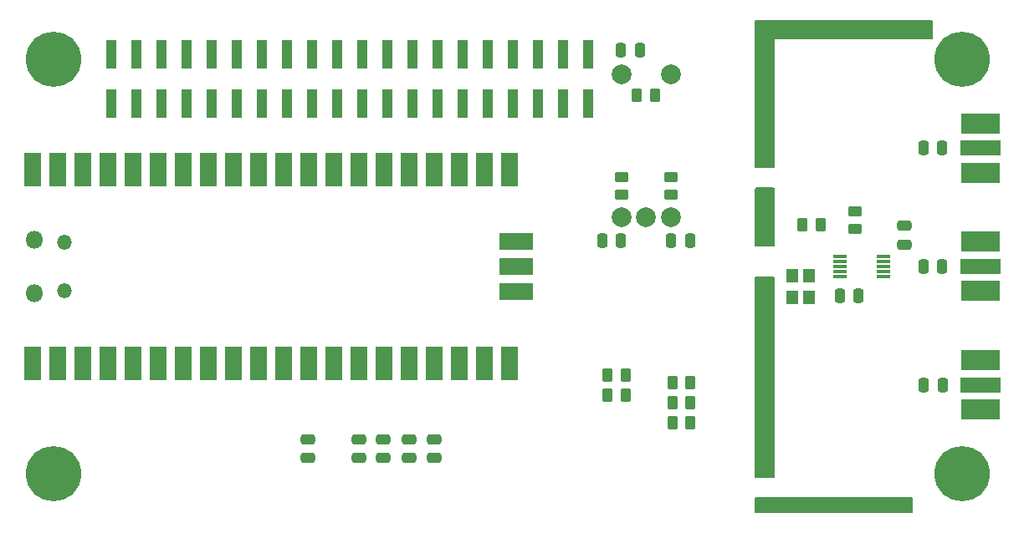
<source format=gbr>
%TF.GenerationSoftware,KiCad,Pcbnew,6.0.2+dfsg-1*%
%TF.CreationDate,2024-02-19T13:24:52+02:00*%
%TF.ProjectId,rpi_pico_si5351,7270695f-7069-4636-9f5f-736935333531,rev?*%
%TF.SameCoordinates,Original*%
%TF.FileFunction,Soldermask,Bot*%
%TF.FilePolarity,Negative*%
%FSLAX46Y46*%
G04 Gerber Fmt 4.6, Leading zero omitted, Abs format (unit mm)*
G04 Created by KiCad (PCBNEW 6.0.2+dfsg-1) date 2024-02-19 13:24:52*
%MOMM*%
%LPD*%
G01*
G04 APERTURE LIST*
G04 Aperture macros list*
%AMRoundRect*
0 Rectangle with rounded corners*
0 $1 Rounding radius*
0 $2 $3 $4 $5 $6 $7 $8 $9 X,Y pos of 4 corners*
0 Add a 4 corners polygon primitive as box body*
4,1,4,$2,$3,$4,$5,$6,$7,$8,$9,$2,$3,0*
0 Add four circle primitives for the rounded corners*
1,1,$1+$1,$2,$3*
1,1,$1+$1,$4,$5*
1,1,$1+$1,$6,$7*
1,1,$1+$1,$8,$9*
0 Add four rect primitives between the rounded corners*
20,1,$1+$1,$2,$3,$4,$5,0*
20,1,$1+$1,$4,$5,$6,$7,0*
20,1,$1+$1,$6,$7,$8,$9,0*
20,1,$1+$1,$8,$9,$2,$3,0*%
%AMOutline4P*
0 Free polygon, 4 corners , with rotation*
0 The origin of the aperture is its center*
0 number of corners: always 4*
0 $1 to $8 corner X, Y*
0 $9 Rotation angle, in degrees counterclockwise*
0 create outline with 4 corners*
4,1,4,$1,$2,$3,$4,$5,$6,$7,$8,$1,$2,$9*%
G04 Aperture macros list end*
%ADD10C,3.600000*%
%ADD11C,5.600000*%
%ADD12C,2.000000*%
%ADD13RoundRect,0.250000X-0.450000X0.262500X-0.450000X-0.262500X0.450000X-0.262500X0.450000X0.262500X0*%
%ADD14Outline4P,-2.000000X-0.750000X2.000000X-0.750000X2.000000X0.750000X-2.000000X0.750000X180.000000*%
%ADD15R,4.000000X2.000000*%
%ADD16RoundRect,0.250000X0.475000X-0.250000X0.475000X0.250000X-0.475000X0.250000X-0.475000X-0.250000X0*%
%ADD17R,1.000000X3.000000*%
%ADD18RoundRect,0.250000X-0.250000X-0.475000X0.250000X-0.475000X0.250000X0.475000X-0.250000X0.475000X0*%
%ADD19O,1.800000X1.800000*%
%ADD20O,1.500000X1.500000*%
%ADD21R,1.700000X3.500000*%
%ADD22R,3.500000X1.700000*%
%ADD23RoundRect,0.250000X-0.262500X-0.450000X0.262500X-0.450000X0.262500X0.450000X-0.262500X0.450000X0*%
%ADD24RoundRect,0.250000X0.262500X0.450000X-0.262500X0.450000X-0.262500X-0.450000X0.262500X-0.450000X0*%
%ADD25RoundRect,0.250000X0.450000X-0.262500X0.450000X0.262500X-0.450000X0.262500X-0.450000X-0.262500X0*%
%ADD26R,1.400000X0.300000*%
%ADD27R,1.200000X1.400000*%
%ADD28RoundRect,0.250000X0.250000X0.475000X-0.250000X0.475000X-0.250000X-0.475000X0.250000X-0.475000X0*%
G04 APERTURE END LIST*
D10*
%TO.C,H3*%
X126000000Y-29000000D03*
D11*
X126000000Y-29000000D03*
%TD*%
%TO.C,H4*%
X34000000Y-29000000D03*
D10*
X34000000Y-29000000D03*
%TD*%
D12*
%TO.C,SW2*%
X91500000Y-30500000D03*
X96500000Y-30500000D03*
X91500000Y-45000000D03*
X96500000Y-45000000D03*
X94000000Y-45000000D03*
%TD*%
D11*
%TO.C,H1*%
X126000000Y-71000000D03*
D10*
X126000000Y-71000000D03*
%TD*%
D11*
%TO.C,H2*%
X34000000Y-71000000D03*
D10*
X34000000Y-71000000D03*
%TD*%
D13*
%TO.C,R11*%
X96500000Y-40937500D03*
X96500000Y-42762500D03*
%TD*%
D14*
%TO.C,J3*%
X127805000Y-38000000D03*
D15*
X127805000Y-35500000D03*
X127805000Y-40500000D03*
%TD*%
D16*
%TO.C,C10*%
X72525000Y-69425000D03*
X72525000Y-67525000D03*
%TD*%
D14*
%TO.C,J1*%
X127805000Y-62000000D03*
D15*
X127805000Y-64500000D03*
X127805000Y-59500000D03*
%TD*%
D14*
%TO.C,J2*%
X127805000Y-50000000D03*
D15*
X127805000Y-52500000D03*
X127805000Y-47500000D03*
%TD*%
D17*
%TO.C,J4*%
X39870000Y-33520000D03*
X39870000Y-28480000D03*
X42410000Y-33520000D03*
X42410000Y-28480000D03*
X44950000Y-33520000D03*
X44950000Y-28480000D03*
X47490000Y-33520000D03*
X47490000Y-28480000D03*
X50030000Y-33520000D03*
X50030000Y-28480000D03*
X52570000Y-33520000D03*
X52570000Y-28480000D03*
X55110000Y-33520000D03*
X55110000Y-28480000D03*
X57650000Y-33520000D03*
X57650000Y-28480000D03*
X60190000Y-33520000D03*
X60190000Y-28480000D03*
X62730000Y-33520000D03*
X62730000Y-28480000D03*
X65270000Y-33520000D03*
X65270000Y-28480000D03*
X67810000Y-33520000D03*
X67810000Y-28480000D03*
X70350000Y-33520000D03*
X70350000Y-28480000D03*
X72890000Y-33520000D03*
X72890000Y-28480000D03*
X75430000Y-33520000D03*
X75430000Y-28480000D03*
X77970000Y-33520000D03*
X77970000Y-28480000D03*
X80510000Y-33520000D03*
X80510000Y-28480000D03*
X83050000Y-33520000D03*
X83050000Y-28480000D03*
X85590000Y-33520000D03*
X85590000Y-28480000D03*
X88130000Y-33520000D03*
X88130000Y-28480000D03*
%TD*%
D18*
%TO.C,C8*%
X89550000Y-47400000D03*
X91450000Y-47400000D03*
%TD*%
D19*
%TO.C,U2*%
X32055000Y-52725000D03*
X32055000Y-47275000D03*
D20*
X35085000Y-47575000D03*
X35085000Y-52425000D03*
D21*
X31925000Y-40210000D03*
X34465000Y-40210000D03*
X37005000Y-40210000D03*
X39545000Y-40210000D03*
X42085000Y-40210000D03*
X44625000Y-40210000D03*
X47165000Y-40210000D03*
X49705000Y-40210000D03*
X52245000Y-40210000D03*
X54785000Y-40210000D03*
X57325000Y-40210000D03*
X59865000Y-40210000D03*
X62405000Y-40210000D03*
X64945000Y-40210000D03*
X67485000Y-40210000D03*
X70025000Y-40210000D03*
X72565000Y-40210000D03*
X75105000Y-40210000D03*
X77645000Y-40210000D03*
X80185000Y-40210000D03*
X80185000Y-59790000D03*
X77645000Y-59790000D03*
X75105000Y-59790000D03*
X72565000Y-59790000D03*
X70025000Y-59790000D03*
X67485000Y-59790000D03*
X64945000Y-59790000D03*
X62405000Y-59790000D03*
X59865000Y-59790000D03*
X57325000Y-59790000D03*
X54785000Y-59790000D03*
X52245000Y-59790000D03*
X49705000Y-59790000D03*
X47165000Y-59790000D03*
X44625000Y-59790000D03*
X42085000Y-59790000D03*
X39545000Y-59790000D03*
X37005000Y-59790000D03*
X34465000Y-59790000D03*
X31925000Y-59790000D03*
D22*
X80855000Y-47460000D03*
X80855000Y-50000000D03*
X80855000Y-52540000D03*
%TD*%
D23*
%TO.C,R6*%
X96637500Y-63800000D03*
X98462500Y-63800000D03*
%TD*%
D18*
%TO.C,C2*%
X122100000Y-62000000D03*
X124000000Y-62000000D03*
%TD*%
D24*
%TO.C,R8*%
X91912500Y-63000000D03*
X90087500Y-63000000D03*
%TD*%
D25*
%TO.C,R2*%
X115100000Y-46212500D03*
X115100000Y-44387500D03*
%TD*%
D16*
%TO.C,C14*%
X69975000Y-69425000D03*
X69975000Y-67525000D03*
%TD*%
D18*
%TO.C,C6*%
X122050000Y-38000000D03*
X123950000Y-38000000D03*
%TD*%
D26*
%TO.C,U3*%
X113600000Y-51000000D03*
X113600000Y-50500000D03*
X113600000Y-50000000D03*
X113600000Y-49500000D03*
X113600000Y-49000000D03*
X118000000Y-49000000D03*
X118000000Y-49500000D03*
X118000000Y-50000000D03*
X118000000Y-50500000D03*
X118000000Y-51000000D03*
%TD*%
D27*
%TO.C,X1*%
X108775000Y-53100000D03*
X108775000Y-50900000D03*
X110475000Y-50900000D03*
X110475000Y-53100000D03*
%TD*%
D16*
%TO.C,C11*%
X59800000Y-69425000D03*
X59800000Y-67525000D03*
%TD*%
D18*
%TO.C,C4*%
X113600000Y-52925000D03*
X115500000Y-52925000D03*
%TD*%
D16*
%TO.C,C3*%
X120125000Y-47775000D03*
X120125000Y-45875000D03*
%TD*%
D24*
%TO.C,R9*%
X94862500Y-32650000D03*
X93037500Y-32650000D03*
%TD*%
%TO.C,R4*%
X91912500Y-61000000D03*
X90087500Y-61000000D03*
%TD*%
D28*
%TO.C,C9*%
X98450000Y-47400000D03*
X96550000Y-47400000D03*
%TD*%
D23*
%TO.C,R3*%
X109812500Y-45800000D03*
X111637500Y-45800000D03*
%TD*%
%TO.C,R7*%
X96637500Y-65800000D03*
X98462500Y-65800000D03*
%TD*%
D28*
%TO.C,C7*%
X93350000Y-28100000D03*
X91450000Y-28100000D03*
%TD*%
D13*
%TO.C,R10*%
X91500000Y-40937500D03*
X91500000Y-42762500D03*
%TD*%
D23*
%TO.C,R5*%
X96637500Y-61800000D03*
X98462500Y-61800000D03*
%TD*%
D16*
%TO.C,C12*%
X64900000Y-69425000D03*
X64900000Y-67525000D03*
%TD*%
%TO.C,C13*%
X67425000Y-69425000D03*
X67425000Y-67525000D03*
%TD*%
D18*
%TO.C,C5*%
X122050000Y-50000000D03*
X123950000Y-50000000D03*
%TD*%
G36*
X106942121Y-42020002D02*
G01*
X106988614Y-42073658D01*
X107000000Y-42126000D01*
X107000000Y-47874000D01*
X106979998Y-47942121D01*
X106926342Y-47988614D01*
X106874000Y-48000000D01*
X105126000Y-48000000D01*
X105057879Y-47979998D01*
X105011386Y-47926342D01*
X105000000Y-47874000D01*
X105000000Y-42126000D01*
X105020002Y-42057879D01*
X105073658Y-42011386D01*
X105126000Y-42000000D01*
X106874000Y-42000000D01*
X106942121Y-42020002D01*
G37*
G36*
X122942121Y-25020002D02*
G01*
X122988614Y-25073658D01*
X123000000Y-25126000D01*
X123000000Y-26874000D01*
X122979998Y-26942121D01*
X122926342Y-26988614D01*
X122874000Y-27000000D01*
X107018115Y-27000000D01*
X107002876Y-27004475D01*
X107001671Y-27005865D01*
X107000000Y-27013548D01*
X107000000Y-39874000D01*
X106979998Y-39942121D01*
X106926342Y-39988614D01*
X106874000Y-40000000D01*
X105126000Y-40000000D01*
X105057879Y-39979998D01*
X105011386Y-39926342D01*
X105000000Y-39874000D01*
X105000000Y-25126000D01*
X105020002Y-25057879D01*
X105073658Y-25011386D01*
X105126000Y-25000000D01*
X122874000Y-25000000D01*
X122942121Y-25020002D01*
G37*
G36*
X120892121Y-73370002D02*
G01*
X120938614Y-73423658D01*
X120950000Y-73476000D01*
X120950000Y-74874000D01*
X120929998Y-74942121D01*
X120876342Y-74988614D01*
X120824000Y-75000000D01*
X105126000Y-75000000D01*
X105057879Y-74979998D01*
X105011386Y-74926342D01*
X105000000Y-74874000D01*
X105000000Y-73476000D01*
X105020002Y-73407879D01*
X105073658Y-73361386D01*
X105126000Y-73350000D01*
X120824000Y-73350000D01*
X120892121Y-73370002D01*
G37*
G36*
X106942121Y-51020002D02*
G01*
X106988614Y-51073658D01*
X107000000Y-51126000D01*
X107000000Y-71324000D01*
X106979998Y-71392121D01*
X106926342Y-71438614D01*
X106874000Y-71450000D01*
X105126000Y-71450000D01*
X105057879Y-71429998D01*
X105011386Y-71376342D01*
X105000000Y-71324000D01*
X105000000Y-51126000D01*
X105020002Y-51057879D01*
X105073658Y-51011386D01*
X105126000Y-51000000D01*
X106874000Y-51000000D01*
X106942121Y-51020002D01*
G37*
M02*

</source>
